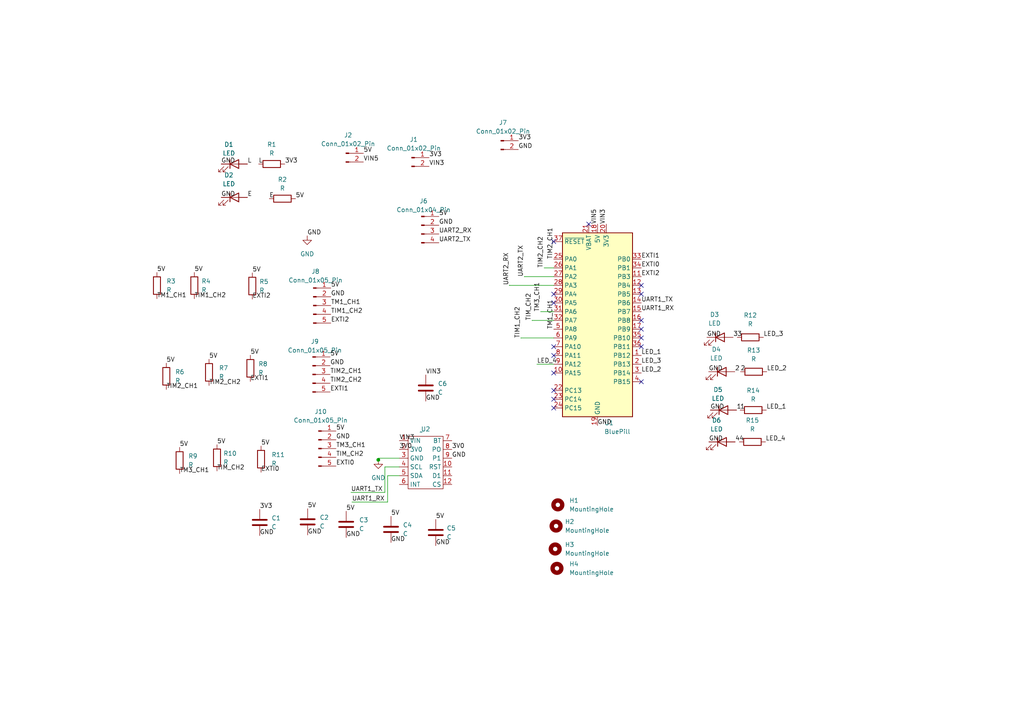
<source format=kicad_sch>
(kicad_sch (version 20231120) (generator "eeschema") (generator_version "8.0")
  (paper "A4")
  (lib_symbols
    (symbol "Connector:Conn_01x02_Pin" (pin_names (offset 1.016) hide)
      (property "Reference" "J" (at 0 2.54 0))
      (property "Value" "Conn_01x02_Pin" (at 0 -5.08 0))
      (symbol "Conn_01x02_Pin_1_1"
        (polyline (pts (xy 1.27 -2.54) (xy 0.8636 -2.54)) (stroke (width 0.1524)))
        (polyline (pts (xy 1.27 0) (xy 0.8636 0)) (stroke (width 0.1524)))
        (rectangle (start 0.8636 -2.413) (end 0 -2.667) (stroke (width 0.1524)) (fill (type outline)))
        (rectangle (start 0.8636 0.127) (end 0 -0.127) (stroke (width 0.1524)) (fill (type outline)))
        (pin passive line (at 5.08 0 180) (length 3.81) (name "Pin_1") (number "1"))
        (pin passive line (at 5.08 -2.54 180) (length 3.81) (name "Pin_2") (number "2"))
      )
    )
    (symbol "Connector:Conn_01x04_Pin" (pin_names (offset 1.016) hide)
      (property "Reference" "J" (at 0 5.08 0))
      (property "Value" "Conn_01x04_Pin" (at 0 -7.62 0))
      (symbol "Conn_01x04_Pin_1_1"
        (polyline (pts (xy 1.27 -5.08) (xy 0.8636 -5.08)) (stroke (width 0.1524)))
        (polyline (pts (xy 1.27 -2.54) (xy 0.8636 -2.54)) (stroke (width 0.1524)))
        (polyline (pts (xy 1.27 0) (xy 0.8636 0)) (stroke (width 0.1524)))
        (polyline (pts (xy 1.27 2.54) (xy 0.8636 2.54)) (stroke (width 0.1524)))
        (rectangle (start 0.8636 -4.953) (end 0 -5.207) (stroke (width 0.1524)) (fill (type outline)))
        (rectangle (start 0.8636 -2.413) (end 0 -2.667) (stroke (width 0.1524)) (fill (type outline)))
        (rectangle (start 0.8636 0.127) (end 0 -0.127) (stroke (width 0.1524)) (fill (type outline)))
        (rectangle (start 0.8636 2.667) (end 0 2.413) (stroke (width 0.1524)) (fill (type outline)))
        (pin passive line (at 5.08 2.54 180) (length 3.81) (name "Pin_1") (number "1"))
        (pin passive line (at 5.08 0 180) (length 3.81) (name "Pin_2") (number "2"))
        (pin passive line (at 5.08 -2.54 180) (length 3.81) (name "Pin_3") (number "3"))
        (pin passive line (at 5.08 -5.08 180) (length 3.81) (name "Pin_4") (number "4"))
      )
    )
    (symbol "Connector:Conn_01x05_Pin" (pin_names (offset 1.016) hide)
      (property "Reference" "J" (at 0 7.62 0))
      (property "Value" "Conn_01x05_Pin" (at 0 -7.62 0))
      (symbol "Conn_01x05_Pin_1_1"
        (polyline (pts (xy 1.27 -5.08) (xy 0.8636 -5.08)) (stroke (width 0.1524)))
        (polyline (pts (xy 1.27 -2.54) (xy 0.8636 -2.54)) (stroke (width 0.1524)))
        (polyline (pts (xy 1.27 0) (xy 0.8636 0)) (stroke (width 0.1524)))
        (polyline (pts (xy 1.27 2.54) (xy 0.8636 2.54)) (stroke (width 0.1524)))
        (polyline (pts (xy 1.27 5.08) (xy 0.8636 5.08)) (stroke (width 0.1524)))
        (rectangle (start 0.8636 -4.953) (end 0 -5.207) (stroke (width 0.1524)) (fill (type outline)))
        (rectangle (start 0.8636 -2.413) (end 0 -2.667) (stroke (width 0.1524)) (fill (type outline)))
        (rectangle (start 0.8636 0.127) (end 0 -0.127) (stroke (width 0.1524)) (fill (type outline)))
        (rectangle (start 0.8636 2.667) (end 0 2.413) (stroke (width 0.1524)) (fill (type outline)))
        (rectangle (start 0.8636 5.207) (end 0 4.953) (stroke (width 0.1524)) (fill (type outline)))
        (pin passive line (at 5.08 5.08 180) (length 3.81) (name "Pin_1") (number "1"))
        (pin passive line (at 5.08 2.54 180) (length 3.81) (name "Pin_2") (number "2"))
        (pin passive line (at 5.08 0 180) (length 3.81) (name "Pin_3") (number "3"))
        (pin passive line (at 5.08 -2.54 180) (length 3.81) (name "Pin_4") (number "4"))
        (pin passive line (at 5.08 -5.08 180) (length 3.81) (name "Pin_5") (number "5"))
      )
    )
    (symbol "Device:C" (pin_numbers hide) (pin_names (offset 0.254))
      (property "Reference" "C" (at 0.635 2.54 0))
      (property "Value" "C" (at 0.635 -2.54 0))
      (symbol "C_0_1"
        (polyline (pts (xy -2.032 -0.762) (xy 2.032 -0.762)) (stroke (width 0.508)))
        (polyline (pts (xy -2.032 0.762) (xy 2.032 0.762)) (stroke (width 0.508)))
      )
      (symbol "C_1_1"
        (pin passive line (at 0 3.81 270) (length 2.794) (name "~") (number "1"))
        (pin passive line (at 0 -3.81 90) (length 2.794) (name "~") (number "2"))
      )
    )
    (symbol "Device:LED" (pin_numbers hide) (pin_names (offset 1.016) hide)
      (property "Reference" "D" (at 0 2.54 0))
      (property "Value" "LED" (at 0 -2.54 0))
      (symbol "LED_0_1"
        (polyline (pts (xy -1.27 -1.27) (xy -1.27 1.27)) (stroke (width 0.254)))
        (polyline (pts (xy -1.27 0) (xy 1.27 0)))
        (polyline (pts (xy 1.27 -1.27) (xy 1.27 1.27) (xy -1.27 0) (xy 1.27 -1.27)) (stroke (width 0.254)))
        (polyline (pts (xy -3.048 -0.762) (xy -4.572 -2.286) (xy -3.81 -2.286) (xy -4.572 -2.286) (xy -4.572 -1.524)))
        (polyline (pts (xy -1.778 -0.762) (xy -3.302 -2.286) (xy -2.54 -2.286) (xy -3.302 -2.286) (xy -3.302 -1.524)))
      )
      (symbol "LED_1_1"
        (pin passive line (at -3.81 0 0) (length 2.54) (name "K") (number "1"))
        (pin passive line (at 3.81 0 180) (length 2.54) (name "A") (number "2"))
      )
    )
    (symbol "Device:R" (pin_numbers hide) (pin_names (offset 0))
      (property "Reference" "R" (at 2.032 0 90))
      (property "Value" "R" (at 0 0 90))
      (symbol "R_0_1"
        (rectangle (start -1.016 -2.54) (end 1.016 2.54) (stroke (width 0.254)))
      )
      (symbol "R_1_1"
        (pin passive line (at 0 3.81 270) (length 1.27) (name "~") (number "1"))
        (pin passive line (at 0 -3.81 90) (length 1.27) (name "~") (number "2"))
      )
    )
    (symbol "MY_LIB:BluePill"
      (property "Reference" "U" (at 7.62 31.75 0))
      (property "Value" "BluePill" (at 7.62 29.21 0))
      (symbol "BluePill_0_1"
        (rectangle (start -10.16 27.94) (end 10.16 -25.4) (stroke (width 0.254)) (fill (type background)))
      )
      (symbol "BluePill_1_1"
        (pin bidirectional line (at 12.7 -7.62 180) (length 2.54) (name "PB12") (number "1"))
        (pin bidirectional line (at -12.7 -12.7 0) (length 2.54) (name "PA15") (number "10"))
        (pin bidirectional line (at 12.7 15.24 180) (length 2.54) (name "PB3") (number "11"))
        (pin bidirectional line (at 12.7 12.7 180) (length 2.54) (name "PB4") (number "12"))
        (pin bidirectional line (at 12.7 10.16 180) (length 2.54) (name "PB5") (number "13"))
        (pin bidirectional line (at 12.7 7.62 180) (length 2.54) (name "PB6") (number "14"))
        (pin bidirectional line (at 12.7 5.08 180) (length 2.54) (name "PB7") (number "15"))
        (pin bidirectional line (at 12.7 2.54 180) (length 2.54) (name "PB8") (number "16"))
        (pin bidirectional line (at 12.7 0 180) (length 2.54) (name "PB9") (number "17"))
        (pin passive line (at 0 30.48 270) (length 2.54) (name "5V") (number "18"))
        (pin power_in line (at 0 -27.94 90) (length 2.54) (name "GND") (number "19"))
        (pin bidirectional line (at 12.7 -10.16 180) (length 2.54) (name "PB13") (number "2"))
        (pin power_out line (at 2.54 30.48 270) (length 2.54) (name "3V3") (number "20"))
        (pin power_in line (at -2.54 30.48 270) (length 2.54) (name "VBAT") (number "21"))
        (pin bidirectional line (at -12.7 -17.78 0) (length 2.54) (name "PC13") (number "22"))
        (pin bidirectional line (at -12.7 -20.32 0) (length 2.54) (name "PC14") (number "23"))
        (pin bidirectional line (at -12.7 -22.86 0) (length 2.54) (name "PC15") (number "24"))
        (pin bidirectional line (at -12.7 20.32 0) (length 2.54) (name "PA0") (number "25"))
        (pin bidirectional line (at -12.7 17.78 0) (length 2.54) (name "PA1") (number "26"))
        (pin bidirectional line (at -12.7 15.24 0) (length 2.54) (name "PA2") (number "27"))
        (pin bidirectional line (at -12.7 12.7 0) (length 2.54) (name "PA3") (number "28"))
        (pin bidirectional line (at -12.7 10.16 0) (length 2.54) (name "PA4") (number "29"))
        (pin bidirectional line (at 12.7 -12.7 180) (length 2.54) (name "PB14") (number "3"))
        (pin bidirectional line (at -12.7 7.62 0) (length 2.54) (name "PA5") (number "30"))
        (pin bidirectional line (at -12.7 5.08 0) (length 2.54) (name "PA6") (number "31"))
        (pin bidirectional line (at -12.7 2.54 0) (length 2.54) (name "PA7") (number "32"))
        (pin bidirectional line (at 12.7 20.32 180) (length 2.54) (name "PB0") (number "33"))
        (pin bidirectional line (at 12.7 17.78 180) (length 2.54) (name "PB1") (number "34"))
        (pin bidirectional line (at 12.7 -2.54 180) (length 2.54) (name "PB10") (number "35"))
        (pin bidirectional line (at 12.7 -5.08 180) (length 2.54) (name "PB11") (number "36"))
        (pin input line (at -12.7 25.4 0) (length 2.54) (name "~{RESET}") (number "37"))
        (pin passive line (at 2.54 30.48 270) (length 2.54) hide (name "3V3") (number "38"))
        (pin passive line (at 0 -27.94 90) (length 2.54) hide (name "GND") (number "39"))
        (pin bidirectional line (at 12.7 -15.24 180) (length 2.54) (name "PB15") (number "4"))
        (pin passive line (at 0 -27.94 90) (length 2.54) hide (name "GND") (number "40"))
        (pin bidirectional line (at -12.7 0 0) (length 2.54) (name "PA8") (number "5"))
        (pin bidirectional line (at -12.7 -2.54 0) (length 2.54) (name "PA9") (number "6"))
        (pin bidirectional line (at -12.7 -5.08 0) (length 2.54) (name "PA10") (number "7"))
        (pin bidirectional line (at -12.7 -7.62 0) (length 2.54) (name "PA11") (number "8"))
        (pin bidirectional line (at -12.7 -10.16 0) (length 2.54) (name "PA12") (number "9"))
      )
    )
    (symbol "Mechanical:MountingHole" (pin_names (offset 1.016))
      (property "Reference" "H" (at 0 5.08 0))
      (property "Value" "MountingHole" (at 0 3.175 0))
      (symbol "MountingHole_0_1"
        (circle (center 0 0) (radius 1.27) (stroke (width 1.27)))
      )
    )
    (symbol "bno08:bno08"
      (property "Reference" "U" (at 0 0 0))
      (symbol "bno08_0_1"
        (rectangle (start -3.81 -1.27) (end 6.35 -16.51))
      )
      (symbol "bno08_1_1"
        (pin free line (at -6.35 -2.54 0) (length 2.54) (name "VIN") (number "1"))
        (pin free line (at 8.89 -10.16 180) (length 2.54) (name "RST") (number "10"))
        (pin free line (at 8.89 -12.7 180) (length 2.54) (name "D1") (number "11"))
        (pin free line (at 8.89 -15.24 180) (length 2.54) (name "CS") (number "12"))
        (pin free line (at -6.35 -5.08 0) (length 2.54) (name "3V0") (number "2"))
        (pin free line (at -6.35 -7.62 0) (length 2.54) (name "GND") (number "3"))
        (pin free line (at -6.35 -10.16 0) (length 2.54) (name "SCL") (number "4"))
        (pin free line (at -6.35 -12.7 0) (length 2.54) (name "SDA") (number "5"))
        (pin free line (at -6.35 -15.24 0) (length 2.54) (name "INT") (number "6"))
        (pin free line (at 8.89 -2.54 180) (length 2.54) (name "BT") (number "7"))
        (pin free line (at 8.89 -5.08 180) (length 2.54) (name "PO") (number "8"))
        (pin free line (at 8.89 -7.62 180) (length 2.54) (name "P1") (number "9"))
      )
    )
    (symbol "power:GND" (power) (pin_names (offset 0))
      (property "Value" "GND" (at 0 -3.81 0))
      (symbol "GND_0_1"
        (polyline (pts (xy 0 0) (xy 0 -1.27) (xy 1.27 -1.27) (xy 0 -2.54) (xy -1.27 -1.27) (xy 0 -1.27)))
      )
      (symbol "GND_1_1"
        (pin power_in line (at 0 0 270) (length 0) hide (name "GND") (number "1"))
      )
    )
  )
  (junction (at 109.728 133.3754))
  (no_connect (at 160.6042 87.8586))
  (no_connect (at 160.6042 113.2586))
  (no_connect (at 186.0042 85.3186))
  (no_connect (at 160.6042 115.7986))
  (no_connect (at 186.0042 110.7186))
  (no_connect (at 160.6042 85.3186))
  (no_connect (at 186.0042 98.0186))
  (no_connect (at 160.6042 118.3386))
  (no_connect (at 186.0042 92.9386))
  (no_connect (at 160.6042 100.5586))
  (no_connect (at 186.0042 100.5586))
  (no_connect (at 160.6042 108.1786))
  (no_connect (at 186.0042 95.4786))
  (no_connect (at 170.7642 64.9986))
  (no_connect (at 160.6042 103.0986))
  (no_connect (at 160.6042 70.0786))
  (no_connect (at 186.0042 82.7786))
  (wire (pts (xy 147.7518 82.7278) (xy 147.7518 82.7786)))
  (wire (pts (xy 154.3304 92.9386) (xy 160.6042 92.9386)))
  (wire (pts (xy 102.0826 145.6182) (xy 112.4204 145.6182)))
  (wire (pts (xy 109.728 132.8928) (xy 109.728 133.3754)))
  (wire (pts (xy 112.4204 137.9728) (xy 115.824 137.9728)))
  (wire (pts (xy 152.0698 80.264) (xy 152.1206 80.264)))
  (wire (pts (xy 154.3304 92.964) (xy 154.3304 92.9386)))
  (wire (pts (xy 152.1206 80.2386) (xy 160.6042 80.2386)))
  (wire (pts (xy 109.728 133.3754) (xy 109.728 133.5532)))
  (wire (pts (xy 111.633 135.4328) (xy 115.824 135.4328)))
  (wire (pts (xy 156.7942 90.3986) (xy 160.6042 90.3986)))
  (wire (pts (xy 155.7274 105.6386) (xy 160.6042 105.6386)))
  (wire (pts (xy 151.1046 98.0186) (xy 160.6042 98.0186)))
  (wire (pts (xy 101.8032 142.8242) (xy 111.633 142.8242)))
  (wire (pts (xy 112.4204 145.6182) (xy 112.4204 137.9728)))
  (wire (pts (xy 157.8102 77.6986) (xy 160.6042 77.6986)))
  (wire (pts (xy 115.824 132.8928) (xy 109.728 132.8928)))
  (wire (pts (xy 147.7518 82.7786) (xy 160.6042 82.7786)))
  (wire (pts (xy 147.828 82.7278) (xy 147.7518 82.7278)))
  (wire (pts (xy 151.1046 98.0694) (xy 151.1046 98.0186)))
  (wire (pts (xy 152.1206 80.264) (xy 152.1206 80.2386)))
  (wire (pts (xy 111.633 142.8242) (xy 111.633 135.4328)))
  (label "GND" (at 89.1032 68.4022 0))
  (label "TM1_CH1" (at 160.6042 95.4786 90))
  (label "3V3" (at 82.6262 47.5742 0))
  (label "5V" (at 95.9612 83.5406 0))
  (label "EXTI2" (at 186.0042 80.2386 0))
  (label "E" (at 78.105 57.6326 0))
  (label "5V" (at 97.4598 125.0188 0))
  (label "E" (at 71.7804 57.2516 0))
  (label "5V" (at 75.7174 129.3622 0))
  (label "GND" (at 131.064 132.8928 0))
  (label "LED_1" (at 186.0042 103.0986 0))
  (label "GND" (at 64.1604 47.5742 0))
  (label "VIN3" (at 115.824 127.8128 0))
  (label "TIM1_CH2" (at 56.3626 86.6394 0))
  (label "4" (at 214.4268 128.1684 0))
  (label "2" (at 214.7824 107.823 0))
  (label "GND" (at 127.3048 65.3288 0))
  (label "UART2_TX" (at 152.0698 80.264 90))
  (label "TIM2_CH2" (at 95.758 111.1504 0))
  (label "UART1_RX" (at 186.0042 90.3986 0))
  (label "LED_3" (at 186.0042 105.6386 0))
  (label "VIN3" (at 175.8442 64.9986 90))
  (label "VIN3" (at 124.46 48.26 0))
  (label "TIM_CH2" (at 97.4598 132.6388 0))
  (label "5V" (at 52.0954 129.7432 0))
  (label "EXTI0" (at 75.7174 136.9822 0))
  (label "LED_2" (at 222.4024 107.823 0))
  (label "TIM2_CH1" (at 48.2346 112.9538 0))
  (label "TIM_CH2" (at 154.3304 92.964 90))
  (label "3" (at 212.6488 97.8408 0))
  (label "5V" (at 48.2346 105.3338 0))
  (label "GND" (at 123.4948 116.3574 0))
  (label "GND" (at 97.4598 127.5588 0))
  (label "GND" (at 95.9612 86.0806 0))
  (label "3V3" (at 75.3364 147.7264 0))
  (label "GND" (at 150.3426 43.3578 0))
  (label "VIN5" (at 173.3042 64.9986 90))
  (label "5V" (at 62.9412 128.9812 0))
  (label "GND" (at 206.0194 118.9482 0))
  (label "TM1_CH1" (at 45.5168 86.6394 0))
  (label "3V3" (at 124.46 45.72 0))
  (label "TM3_CH1" (at 156.7942 90.3986 90))
  (label "UART1_TX" (at 186.0042 87.8586 0))
  (label "TIM1_CH2" (at 151.1046 98.0694 90))
  (label "3V3" (at 150.3426 40.8178 0))
  (label "TM3_CH1" (at 52.0954 137.3632 0))
  (label "5V" (at 85.725 57.6326 0))
  (label "LED_4" (at 155.7274 105.6386 0))
  (label "L" (at 71.7804 47.5742 0))
  (label "GND" (at 75.3364 155.3464 0))
  (label "UART2_TX" (at 127.3048 70.4088 0))
  (label "5V" (at 113.411 149.733 0))
  (label "EXTI1" (at 186.0042 75.1586 0))
  (label "2" (at 213.1568 107.823 0))
  (label "TM3_CH1" (at 97.4598 130.0988 0))
  (label "1" (at 213.6394 118.9482 0))
  (label "LED_1" (at 222.2754 118.9482 0))
  (label "5V" (at 126.3904 150.6474 0))
  (label "EXTI2" (at 95.9612 93.7006 0))
  (label "3V0" (at 115.824 130.3528 0))
  (label "4" (at 213.233 128.1684 0))
  (label "3V0" (at 131.064 130.3528 0))
  (label "VIN3" (at 123.4948 108.7374 0))
  (label "GND" (at 173.3042 123.4186 0))
  (label "UART2_RX" (at 127.3048 67.8688 0))
  (label "5V" (at 100.4062 148.2852 0))
  (label "GND" (at 64.1604 57.2516 0))
  (label "GND" (at 100.4062 155.9052 0))
  (label "GND" (at 205.613 128.1684 0))
  (label "LED_2" (at 186.0042 108.1786 0))
  (label "LED_4" (at 222.0468 128.1684 0))
  (label "5V" (at 89.2302 147.5486 0))
  (label "EXTI0" (at 186.0042 77.6986 0))
  (label "LED_3" (at 221.4372 97.8408 0))
  (label "TIM1_CH2" (at 95.9612 91.1606 0))
  (label "EXTI0" (at 97.4598 135.1788 0))
  (label "TIM_CH2" (at 62.9412 136.6012 0))
  (label "GND" (at 205.5368 107.823 0))
  (label "5V" (at 73.1774 79.1464 0))
  (label "TIM2_CH2" (at 60.6298 111.8108 0))
  (label "UART1_RX" (at 102.0826 145.6182 0))
  (label "EXTI1" (at 72.6186 110.6424 0))
  (label "GND" (at 205.0288 97.8408 0))
  (label "1" (at 214.6554 118.9482 0))
  (label "EXTI1" (at 95.758 113.6904 0))
  (label "UART1_TX" (at 101.8032 142.8242 0))
  (label "5V" (at 45.5168 79.0194 0))
  (label "EXTI2" (at 73.1774 86.7664 0))
  (label "TIM2_CH2" (at 157.8102 77.6986 90))
  (label "TIM2_CH1" (at 95.758 108.6104 0))
  (label "L" (at 75.0062 47.5742 0))
  (label "GND" (at 89.2302 155.1686 0))
  (label "5V" (at 72.6186 103.0224 0))
  (label "GND" (at 113.411 157.353 0))
  (label "5V" (at 127.3048 62.7888 0))
  (label "UART2_RX" (at 147.828 82.7278 90))
  (label "TIM2_CH1" (at 160.6042 75.1586 90))
  (label "5V" (at 60.6298 104.1908 0))
  (label "5V" (at 95.758 103.5304 0))
  (label "VIN5" (at 105.41 46.99 0))
  (label "5V" (at 56.3626 79.0194 0))
  (label "5V" (at 105.41 44.45 0))
  (label "GND" (at 95.758 106.0704 0))
  (label "GND" (at 126.3904 158.2674 0))
  (label "3" (at 213.8172 97.8408 0))
  (label "TM1_CH1" (at 95.9612 88.6206 0))
  (symbol (lib_id "Device:C") (at 123.4948 112.5474 0) (unit 1)
    (property "Reference" "C6" (at 127 111.2774 0) (effects (justify left)))
    (property "Value" "C" (at 127 113.8174 0) (effects (justify left)))
    (property "Footprint" "MY_LIB:Capacitor_Disc_Small" (effects (hide yes)))
  )
  (symbol (lib_id "Device:R") (at 48.2346 109.1438 0) (unit 1)
    (property "Reference" "R6" (at 50.8 107.8738 0) (effects (justify left)))
    (property "Value" "R" (at 50.8 110.4138 0) (effects (justify left)))
    (property "Footprint" "MY_LIB:Resistor_small" (effects (hide yes)))
  )
  (symbol (lib_id "Device:R") (at 78.8162 47.5742 90) (unit 1)
    (property "Reference" "R1" (at 78.8162 41.91 90))
    (property "Value" "R" (at 78.8162 44.45 90))
    (property "Footprint" "MY_LIB:Resistor_small" (effects (hide yes)))
  )
  (symbol (lib_id "Connector:Conn_01x02_Pin") (at 100.33 44.45 0) (unit 1)
    (property "Reference" "J2" (at 100.965 39.1922 0))
    (property "Value" "Conn_01x02_Pin" (at 100.965 41.7322 0))
    (property "Footprint" "Connector_JST:JST_EH_B2B-EH-A_1x02_P2.50mm_Vertical" (effects (hide yes)))
  )
  (symbol (lib_id "Device:C") (at 113.411 153.543 0) (unit 1)
    (property "Reference" "C4" (at 116.84 152.273 0) (effects (justify left)))
    (property "Value" "C" (at 116.84 154.813 0) (effects (justify left)))
    (property "Footprint" "MY_LIB:Capacitor_Disc_Small" (effects (hide yes)))
  )
  (symbol (lib_id "Device:R") (at 62.9412 132.7912 0) (unit 1)
    (property "Reference" "R10" (at 64.77 131.5212 0) (effects (justify left)))
    (property "Value" "R" (at 64.77 134.0612 0) (effects (justify left)))
    (property "Footprint" "MY_LIB:Resistor_small" (effects (hide yes)))
  )
  (symbol (lib_id "Device:R") (at 218.2368 128.1684 90) (unit 1)
    (property "Reference" "R15" (at 218.2368 121.92 90))
    (property "Value" "R" (at 218.2368 124.46 90))
    (property "Footprint" "MY_LIB:Resistor_small" (effects (hide yes)))
  )
  (symbol (lib_id "Connector:Conn_01x05_Pin") (at 90.8812 88.6206 0) (unit 1)
    (property "Reference" "J8" (at 91.5162 78.74 0))
    (property "Value" "Conn_01x05_Pin" (at 91.5162 81.28 0))
    (property "Footprint" "Connector_JST:JST_EH_B5B-EH-A_1x05_P2.50mm_Vertical" (effects (hide yes)))
  )
  (symbol (lib_id "Device:LED") (at 67.9704 57.2516 0) (unit 1)
    (property "Reference" "D2" (at 66.3829 50.8 0))
    (property "Value" "LED" (at 66.3829 53.34 0))
    (property "Footprint" "MY_LIB:LED_D3.0mm" (effects (hide yes)))
  )
  (symbol (lib_id "Device:LED") (at 209.423 128.1684 0) (unit 1)
    (property "Reference" "D6" (at 207.8355 121.92 0))
    (property "Value" "LED" (at 207.8355 124.46 0))
    (property "Footprint" "MY_LIB:LED_D3.0mm" (effects (hide yes)))
  )
  (symbol (lib_id "power:GND") (at 89.1032 68.4022 0) (unit 1)
    (property "Reference" "#PWR01" (effects (hide yes)))
    (property "Value" "GND" (at 89.1032 73.66 0))
  )
  (symbol (lib_id "Device:C") (at 100.4062 152.0952 0) (unit 1)
    (property "Reference" "C3" (at 104.14 150.8252 0) (effects (justify left)))
    (property "Value" "C" (at 104.14 153.3652 0) (effects (justify left)))
    (property "Footprint" "MY_LIB:Capacitor_Disc_Small" (effects (hide yes)))
  )
  (symbol (lib_id "Device:C") (at 89.2302 151.3586 0) (unit 1)
    (property "Reference" "C2" (at 92.71 150.0886 0) (effects (justify left)))
    (property "Value" "C" (at 92.71 152.6286 0) (effects (justify left)))
    (property "Footprint" "MY_LIB:Capacitor_100uF" (effects (hide yes)))
  )
  (symbol (lib_id "Device:R") (at 218.5924 107.823 90) (unit 1)
    (property "Reference" "R13" (at 218.5924 101.6 90))
    (property "Value" "R" (at 218.5924 104.14 90))
    (property "Footprint" "MY_LIB:Resistor_small" (effects (hide yes)))
  )
  (symbol (lib_id "Mechanical:MountingHole") (at 161.544 164.846 0) (unit 1)
    (property "Reference" "H4" (at 165.1 163.576 0) (effects (justify left)))
    (property "Value" "MountingHole" (at 165.1 166.116 0) (effects (justify left)))
    (property "Footprint" "MountingHole:MountingHole_3.2mm_M3" (effects (hide yes)))
  )
  (symbol (lib_id "Device:R") (at 81.915 57.6326 90) (unit 1)
    (property "Reference" "R2" (at 81.915 52.07 90))
    (property "Value" "R" (at 81.915 54.61 90))
    (property "Footprint" "MY_LIB:Resistor_small" (effects (hide yes)))
  )
  (symbol (lib_id "Device:R") (at 52.0954 133.5532 0) (unit 1)
    (property "Reference" "R9" (at 54.61 132.2832 0) (effects (justify left)))
    (property "Value" "R" (at 54.61 134.8232 0) (effects (justify left)))
    (property "Footprint" "MY_LIB:Resistor_small" (effects (hide yes)))
  )
  (symbol (lib_id "Connector:Conn_01x05_Pin") (at 90.678 108.6104 0) (unit 1)
    (property "Reference" "J9" (at 91.313 99.06 0))
    (property "Value" "Conn_01x05_Pin" (at 91.313 101.6 0))
    (property "Footprint" "Connector_JST:JST_EH_B5B-EH-A_1x05_P2.50mm_Vertical" (effects (hide yes)))
  )
  (symbol (lib_id "Device:R") (at 45.5168 82.8294 0) (unit 1)
    (property "Reference" "R3" (at 48.26 81.5594 0) (effects (justify left)))
    (property "Value" "R" (at 48.26 84.0994 0) (effects (justify left)))
    (property "Footprint" "MY_LIB:Resistor_small" (effects (hide yes)))
  )
  (symbol (lib_id "Mechanical:MountingHole") (at 161.036 159.2326 0) (unit 1)
    (property "Reference" "H3" (at 163.83 157.9626 0) (effects (justify left)))
    (property "Value" "MountingHole" (at 163.83 160.5026 0) (effects (justify left)))
    (property "Footprint" "MountingHole:MountingHole_3.2mm_M3" (effects (hide yes)))
  )
  (symbol (lib_id "MY_LIB:BluePill") (at 173.3042 95.4786 0) (unit 1)
    (property "Reference" "U1" (at 175.2601 122.6566 0) (effects (justify left)))
    (property "Value" "BluePill" (at 175.2601 125.1966 0) (effects (justify left)))
    (property "Footprint" "MY_LIB:STM32_BLUEPLL_MOD" (effects (hide yes)))
    (property "Datasheet" "http://www.vcc-gnd.com/cp/stm32hxb/stm32f1xxhexinban/" (effects (hide yes)))
  )
  (symbol (lib_id "Device:LED") (at 67.9704 47.5742 0) (unit 1)
    (property "Reference" "D1" (at 66.3829 41.91 0))
    (property "Value" "LED" (at 66.3829 44.45 0))
    (property "Footprint" "MY_LIB:LED_D3.0mm" (effects (hide yes)))
  )
  (symbol (lib_id "Device:R") (at 73.1774 82.9564 0) (unit 1)
    (property "Reference" "R5" (at 75.2094 81.6864 0) (effects (justify left)))
    (property "Value" "R" (at 75.2094 84.2264 0) (effects (justify left)))
    (property "Footprint" "MY_LIB:Resistor_small" (effects (hide yes)))
  )
  (symbol (lib_id "Device:C") (at 126.3904 154.4574 0) (unit 1)
    (property "Reference" "C5" (at 129.54 153.1874 0) (effects (justify left)))
    (property "Value" "C" (at 129.54 155.7274 0) (effects (justify left)))
    (property "Footprint" "MY_LIB:Capacitor_Disc_Small" (effects (hide yes)))
  )
  (symbol (lib_id "Device:R") (at 218.4654 118.9482 90) (unit 1)
    (property "Reference" "R14" (at 218.4654 113.2586 90))
    (property "Value" "R" (at 218.4654 115.7986 90))
    (property "Footprint" "MY_LIB:Resistor_small" (effects (hide yes)))
  )
  (symbol (lib_id "bno08:bno08") (at 122.174 125.2728 0) (unit 1)
    (property "Reference" "U2" (at 123.444 124.46 0))
    (property "Value" "~" (at 122.174 125.2728 0))
    (property "Footprint" "bno08:bno08" (effects (hide yes)))
  )
  (symbol (lib_id "Mechanical:MountingHole") (at 161.29 152.5778 0) (unit 1)
    (property "Reference" "H2" (at 163.83 151.3078 0) (effects (justify left)))
    (property "Value" "MountingHole" (at 163.83 153.8478 0) (effects (justify left)))
    (property "Footprint" "MountingHole:MountingHole_3.2mm_M3" (effects (hide yes)))
  )
  (symbol (lib_id "Device:R") (at 60.6298 108.0008 0) (unit 1)
    (property "Reference" "R7" (at 63.5 106.7308 0) (effects (justify left)))
    (property "Value" "R" (at 63.5 109.2708 0) (effects (justify left)))
    (property "Footprint" "MY_LIB:Resistor_small" (effects (hide yes)))
  )
  (symbol (lib_id "Device:R") (at 56.3626 82.8294 0) (unit 1)
    (property "Reference" "R4" (at 58.42 81.5594 0) (effects (justify left)))
    (property "Value" "R" (at 58.42 84.0994 0) (effects (justify left)))
    (property "Footprint" "MY_LIB:Resistor_small" (effects (hide yes)))
  )
  (symbol (lib_id "Connector:Conn_01x05_Pin") (at 92.3798 130.0988 0) (unit 1)
    (property "Reference" "J10" (at 93.0148 119.38 0))
    (property "Value" "Conn_01x05_Pin" (at 93.0148 121.92 0))
    (property "Footprint" "Connector_JST:JST_EH_B5B-EH-A_1x05_P2.50mm_Vertical" (effects (hide yes)))
  )
  (symbol (lib_id "Device:LED") (at 209.8294 118.9482 0) (unit 1)
    (property "Reference" "D5" (at 208.2419 113.03 0))
    (property "Value" "LED" (at 208.2419 115.57 0))
    (property "Footprint" "MY_LIB:LED_D3.0mm" (effects (hide yes)))
  )
  (symbol (lib_id "Device:R") (at 217.6272 97.8408 90) (unit 1)
    (property "Reference" "R12" (at 217.6272 91.44 90))
    (property "Value" "R" (at 217.6272 93.98 90))
    (property "Footprint" "MY_LIB:Resistor_small" (effects (hide yes)))
  )
  (symbol (lib_id "Device:LED") (at 208.8388 97.8408 0) (unit 1)
    (property "Reference" "D3" (at 207.2513 91.2368 0))
    (property "Value" "LED" (at 207.2513 93.7768 0))
    (property "Footprint" "MY_LIB:LED_D3.0mm" (effects (hide yes)))
  )
  (symbol (lib_id "Device:C") (at 75.3364 151.5364 0) (unit 1)
    (property "Reference" "C1" (at 78.74 150.2664 0) (effects (justify left)))
    (property "Value" "C" (at 78.74 152.8064 0) (effects (justify left)))
    (property "Footprint" "MY_LIB:Capacitor_10uF" (effects (hide yes)))
  )
  (symbol (lib_id "Connector:Conn_01x04_Pin") (at 122.2248 65.3288 0) (unit 1)
    (property "Reference" "J6" (at 122.8598 58.3184 0))
    (property "Value" "Conn_01x04_Pin" (at 122.8598 60.8584 0))
    (property "Footprint" "MY_LIB:jst_4" (effects (hide yes)))
  )
  (symbol (lib_id "Connector:Conn_01x02_Pin") (at 145.2626 40.8178 0) (unit 1)
    (property "Reference" "J7" (at 145.8976 35.56 0))
    (property "Value" "Conn_01x02_Pin" (at 145.8976 38.1 0))
    (property "Footprint" "Connector_JST:JST_EH_B2B-EH-A_1x02_P2.50mm_Vertical" (effects (hide yes)))
  )
  (symbol (lib_id "Device:R") (at 72.6186 106.8324 0) (unit 1)
    (property "Reference" "R8" (at 74.93 105.5624 0) (effects (justify left)))
    (property "Value" "R" (at 74.93 108.1024 0) (effects (justify left)))
    (property "Footprint" "MY_LIB:Resistor_small" (effects (hide yes)))
  )
  (symbol (lib_id "Device:R") (at 75.7174 133.1722 0) (unit 1)
    (property "Reference" "R11" (at 78.74 131.9022 0) (effects (justify left)))
    (property "Value" "R" (at 78.74 134.4422 0) (effects (justify left)))
    (property "Footprint" "MY_LIB:Resistor_small" (effects (hide yes)))
  )
  (symbol (lib_id "Device:LED") (at 209.3468 107.823 0) (unit 1)
    (property "Reference" "D4" (at 207.7593 101.346 0))
    (property "Value" "LED" (at 207.7593 103.886 0))
    (property "Footprint" "MY_LIB:LED_D3.0mm" (effects (hide yes)))
  )
  (symbol (lib_id "Connector:Conn_01x02_Pin") (at 119.38 45.72 0) (unit 1)
    (property "Reference" "J1" (at 120.015 40.4622 0))
    (property "Value" "Conn_01x02_Pin" (at 120.015 43.0022 0))
    (property "Footprint" "Connector_JST:JST_EH_B2B-EH-A_1x02_P2.50mm_Vertical" (effects (hide yes)))
  )
  (symbol (lib_id "Mechanical:MountingHole") (at 161.798 146.431 0) (unit 1)
    (property "Reference" "H1" (at 165.1 145.161 0) (effects (justify left)))
    (property "Value" "MountingHole" (at 165.1 147.701 0) (effects (justify left)))
    (property "Footprint" "MountingHole:MountingHole_3.2mm_M3" (effects (hide yes)))
  )
  (symbol (lib_id "power:GND") (at 109.728 133.3754 0) (mirror y) (unit 1)
    (property "Reference" "#PWR03" (effects (hide yes)))
    (property "Value" "GND" (at 109.728 138.5824 0))
  )
)
</source>
